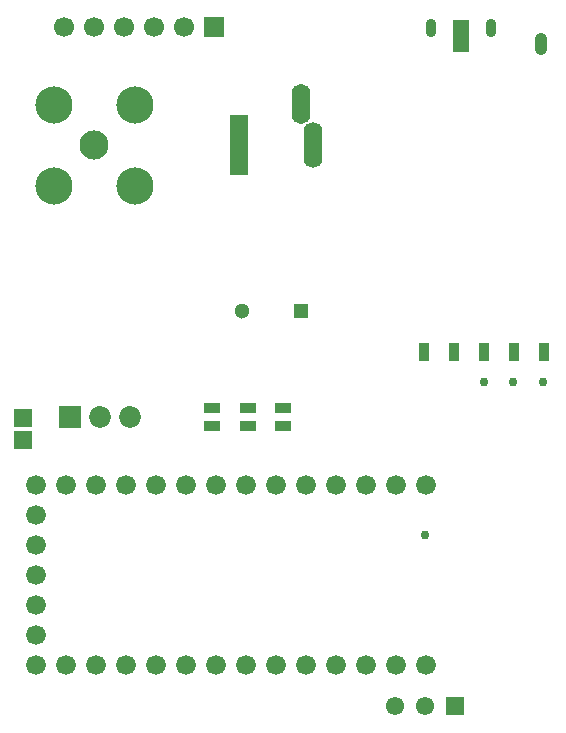
<source format=gts>
G04*
G04 #@! TF.GenerationSoftware,Altium Limited,Altium Designer,22.10.1 (41)*
G04*
G04 Layer_Color=8388736*
%FSLAX25Y25*%
%MOIN*%
G70*
G04*
G04 #@! TF.SameCoordinates,99798D1E-F985-4455-B884-4E85627F1AD0*
G04*
G04*
G04 #@! TF.FilePolarity,Negative*
G04*
G01*
G75*
%ADD16R,0.05591X0.10591*%
G04:AMPARAMS|DCode=17|XSize=61.91mil|YSize=33.91mil|CornerRadius=16.95mil|HoleSize=0mil|Usage=FLASHONLY|Rotation=90.000|XOffset=0mil|YOffset=0mil|HoleType=Round|Shape=RoundedRectangle|*
%AMROUNDEDRECTD17*
21,1,0.06191,0.00000,0,0,90.0*
21,1,0.02800,0.03391,0,0,90.0*
1,1,0.03391,0.00000,0.01400*
1,1,0.03391,0.00000,-0.01400*
1,1,0.03391,0.00000,-0.01400*
1,1,0.03391,0.00000,0.01400*
%
%ADD17ROUNDEDRECTD17*%
G04:AMPARAMS|DCode=18|XSize=75.91mil|YSize=41.91mil|CornerRadius=20.95mil|HoleSize=0mil|Usage=FLASHONLY|Rotation=90.000|XOffset=0mil|YOffset=0mil|HoleType=Round|Shape=RoundedRectangle|*
%AMROUNDEDRECTD18*
21,1,0.07591,0.00000,0,0,90.0*
21,1,0.03400,0.04191,0,0,90.0*
1,1,0.04191,0.00000,0.01700*
1,1,0.04191,0.00000,-0.01700*
1,1,0.04191,0.00000,-0.01700*
1,1,0.04191,0.00000,0.01700*
%
%ADD18ROUNDEDRECTD18*%
%ADD19R,0.03391X0.06191*%
%ADD20R,0.05315X0.03740*%
%ADD21R,0.06496X0.06102*%
%ADD22C,0.12402*%
%ADD23C,0.09724*%
%ADD24R,0.05118X0.05118*%
%ADD25C,0.05118*%
%ADD26C,0.06614*%
%ADD27C,0.07284*%
%ADD28R,0.07284X0.07284*%
%ADD29C,0.06102*%
%ADD30R,0.06102X0.06102*%
G04:AMPARAMS|DCode=31|XSize=133.86mil|YSize=62.99mil|CornerRadius=31.5mil|HoleSize=0mil|Usage=FLASHONLY|Rotation=90.000|XOffset=0mil|YOffset=0mil|HoleType=Round|Shape=RoundedRectangle|*
%AMROUNDEDRECTD31*
21,1,0.13386,0.00000,0,0,90.0*
21,1,0.07087,0.06299,0,0,90.0*
1,1,0.06299,0.00000,0.03543*
1,1,0.06299,0.00000,-0.03543*
1,1,0.06299,0.00000,-0.03543*
1,1,0.06299,0.00000,0.03543*
%
%ADD31ROUNDEDRECTD31*%
G04:AMPARAMS|DCode=32|XSize=153.54mil|YSize=62.99mil|CornerRadius=31.5mil|HoleSize=0mil|Usage=FLASHONLY|Rotation=90.000|XOffset=0mil|YOffset=0mil|HoleType=Round|Shape=RoundedRectangle|*
%AMROUNDEDRECTD32*
21,1,0.15354,0.00000,0,0,90.0*
21,1,0.09055,0.06299,0,0,90.0*
1,1,0.06299,0.00000,0.04528*
1,1,0.06299,0.00000,-0.04528*
1,1,0.06299,0.00000,-0.04528*
1,1,0.06299,0.00000,0.04528*
%
%ADD32ROUNDEDRECTD32*%
%ADD33R,0.06299X0.20079*%
%ADD34R,0.06693X0.06693*%
%ADD35C,0.06693*%
%ADD36C,0.02953*%
D16*
X326969Y410472D02*
D03*
D17*
X336969Y412992D02*
D03*
X316969D02*
D03*
D18*
X353662Y407677D02*
D03*
D19*
X354646Y305118D02*
D03*
X344646D02*
D03*
X334646D02*
D03*
X324646D02*
D03*
X314646D02*
D03*
D20*
X267717Y280512D02*
D03*
Y286417D02*
D03*
X255906Y280512D02*
D03*
Y286417D02*
D03*
X244094D02*
D03*
Y280512D02*
D03*
D21*
X181102Y283268D02*
D03*
Y275787D02*
D03*
D22*
X218228Y360512D02*
D03*
Y387520D02*
D03*
X191220D02*
D03*
Y360512D02*
D03*
D23*
X204724Y374016D02*
D03*
D24*
X273622Y318898D02*
D03*
D25*
X253937D02*
D03*
D26*
X185276Y210787D02*
D03*
Y220787D02*
D03*
Y230787D02*
D03*
Y240787D02*
D03*
Y250787D02*
D03*
X315276Y200787D02*
D03*
X305276D02*
D03*
X295276D02*
D03*
X285276D02*
D03*
X275276D02*
D03*
X265276D02*
D03*
X255276D02*
D03*
X245276D02*
D03*
X235276D02*
D03*
X225276D02*
D03*
X215276D02*
D03*
X205276D02*
D03*
X195276D02*
D03*
X185276D02*
D03*
X315276Y260787D02*
D03*
X305276D02*
D03*
X295276D02*
D03*
X285276D02*
D03*
X275276D02*
D03*
X265276D02*
D03*
X255276D02*
D03*
X245276D02*
D03*
X235276D02*
D03*
X225276D02*
D03*
X215276D02*
D03*
X205276D02*
D03*
X195276D02*
D03*
X185276D02*
D03*
D27*
X216850Y283465D02*
D03*
X206850D02*
D03*
D28*
X196850D02*
D03*
D29*
X305118Y187008D02*
D03*
X315118D02*
D03*
D30*
X325118D02*
D03*
D31*
X273622Y387795D02*
D03*
D32*
X277559Y374016D02*
D03*
D33*
X253150D02*
D03*
D34*
X244724Y413386D02*
D03*
D35*
X234724D02*
D03*
X224724D02*
D03*
X214724D02*
D03*
X204724D02*
D03*
X194724D02*
D03*
D36*
X314961Y244094D02*
D03*
X354331Y295276D02*
D03*
X334646D02*
D03*
X344345Y295283D02*
D03*
M02*

</source>
